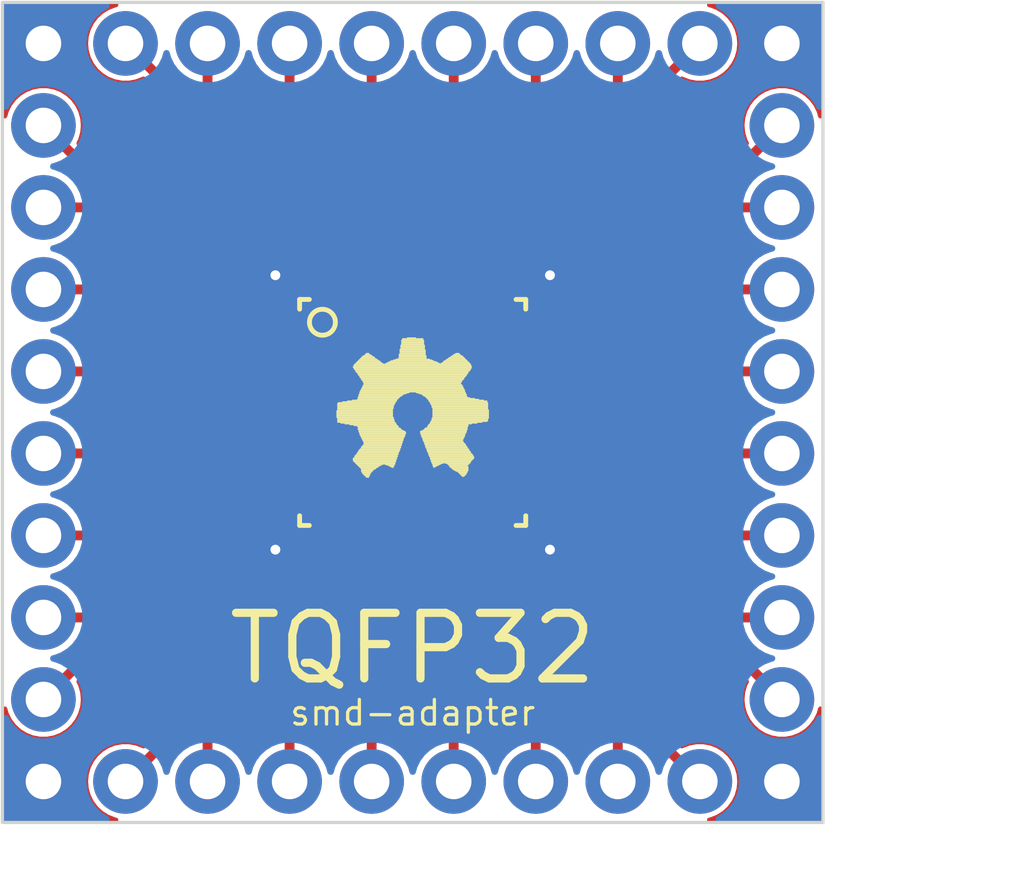
<source format=kicad_pcb>
(kicad_pcb (version 20221018) (generator pcbnew)
  (title_block (title "SMD adapter for TQFP32") (date "2024-10-05") (rev "1") (company "Agilack") (comment 1 "License: CERN-OHL-S v 2"))
  (layers (0 "F.Cu" signal) (31 "B.Cu" signal) (34 "B.Paste" user) (35 "F.Paste" user) (36 "B.SilkS" user "B.Silkscreen") (37 "F.SilkS" user "F.Silkscreen") (38 "B.Mask" user) (39 "F.Mask" user) (44 "Edge.Cuts" user))
  (net 0 "")
  (net 1 "Net-(TP1-Pad1)")
  (net 2 "Net-(TP2-Pad1)")
  (net 3 "Net-(TP3-Pad1)")
  (net 4 "Net-(TP4-Pad1)")
  (net 5 "Net-(TP5-Pad1)")
  (net 6 "Net-(TP6-Pad1)")
  (net 7 "Net-(TP7-Pad1)")
  (net 8 "Net-(TP8-Pad1)")
  (net 9 "Net-(TP9-Pad1)")
  (net 10 "Net-(TP10-Pad1)")
  (net 11 "Net-(TP11-Pad1)")
  (net 12 "Net-(TP12-Pad1)")
  (net 13 "Net-(TP13-Pad1)")
  (net 14 "Net-(TP14-Pad1)")
  (net 15 "Net-(TP15-Pad1)")
  (net 16 "Net-(TP16-Pad1)")
  (net 17 "Net-(TP17-Pad1)")
  (net 18 "Net-(TP18-Pad1)")
  (net 19 "Net-(TP19-Pad1)")
  (net 20 "Net-(TP20-Pad1)")
  (net 21 "Net-(TP21-Pad1)")
  (net 22 "Net-(TP22-Pad1)")
  (net 23 "Net-(TP23-Pad1)")
  (net 24 "Net-(TP24-Pad1)")
  (net 25 "Net-(TP25-Pad1)")
  (net 26 "Net-(TP26-Pad1)")
  (net 27 "Net-(TP27-Pad1)")
  (net 28 "Net-(TP28-Pad1)")
  (net 29 "Net-(TP30-Pad1)")
  (net 30 "Net-(TP31-Pad1)")
  (net 31 "Net-(TP32-Pad1)")
  (net 32 "Net-(TP29-Pad1)")
  (net 33 "GND")
  (footprint "smd-adapter-tqfp32:TP" (layer "F.Cu") (at 147.23 116.43)
    (fp_text reference "TP12" hide)
    (fp_text value "CONN_1")
    (pad "1" thru_hole circle locked (at 0 0) (size 2 2) (drill 1.1) (layers "*.Cu" "*.Mask") (net 12 "Net-(TP12-Pad1)"))
  )
  (footprint "smd-adapter-tqfp32:TP" (layer "F.Cu") (at 159.93 98.65)
    (fp_text reference "TP23" hide)
    (fp_text value "CONN_1")
    (pad "1" thru_hole circle locked (at 0 0) (size 2 2) (drill 1.1) (layers "*.Cu" "*.Mask") (net 23 "Net-(TP23-Pad1)"))
  )
  (footprint "smd-adapter-tqfp32:TP" (layer "F.Cu") (at 159.93 113.89)
    (fp_text reference "TP17" hide)
    (fp_text value "CONN_1")
    (pad "1" thru_hole circle locked (at 0 0) (size 2 2) (drill 1.1) (layers "*.Cu" "*.Mask") (net 17 "Net-(TP17-Pad1)"))
  )
  (footprint "smd-adapter-tqfp32:TP" (layer "F.Cu") (at 144.69 116.43)
    (fp_text reference "TP11" hide)
    (fp_text value "CONN_1")
    (pad "1" thru_hole circle locked (at 0 0) (size 2 2) (drill 1.1) (layers "*.Cu" "*.Mask") (net 11 "Net-(TP11-Pad1)"))
  )
  (footprint "smd-adapter-tqfp32:TP" (layer "F.Cu") (at 147.23 93.57)
    (fp_text reference "TP29" hide)
    (fp_text value "CONN_1")
    (pad "1" thru_hole circle locked (at 0 0) (size 2 2) (drill 1.1) (layers "*.Cu" "*.Mask") (net 32 "Net-(TP29-Pad1)"))
  )
  (footprint "smd-adapter-tqfp32:TP" (layer "F.Cu") (at 157.39 116.43)
    (fp_text reference "TP16" hide)
    (fp_text value "CONN_1")
    (pad "1" thru_hole circle locked (at 0 0) (size 2 2) (drill 1.1) (layers "*.Cu" "*.Mask") (net 16 "Net-(TP16-Pad1)"))
  )
  (footprint "smd-adapter-tqfp32:TP" (layer "F.Cu") (at 149.77 93.57)
    (fp_text reference "TP28" hide)
    (fp_text value "CONN_1")
    (pad "1" thru_hole circle locked (at 0 0) (size 2 2) (drill 1.1) (layers "*.Cu" "*.Mask") (net 28 "Net-(TP28-Pad1)"))
  )
  (footprint "smd-adapter-tqfp32:TP" (layer "F.Cu") (at 152.31 93.57)
    (fp_text reference "TP27" hide)
    (fp_text value "CONN_1")
    (pad "1" thru_hole circle locked (at 0 0) (size 2 2) (drill 1.1) (layers "*.Cu" "*.Mask") (net 27 "Net-(TP27-Pad1)"))
  )
  (footprint "smd-adapter-tqfp32:TP" (layer "F.Cu") (at 159.93 103.73)
    (fp_text reference "TP21" hide)
    (fp_text value "CONN_1")
    (pad "1" thru_hole circle locked (at 0 0) (size 2 2) (drill 1.1) (layers "*.Cu" "*.Mask") (net 21 "Net-(TP21-Pad1)"))
  )
  (footprint "smd-adapter-tqfp32:TP_SQ" (layer "F.Cu") (at 159.93 93.57)
    (fp_text reference "GND4" hide)
    (fp_text value "CONN_1")
    (pad "1" thru_hole rect locked (at 0 0) (size 2 2) (drill 1.1) (layers "*.Cu" "*.Mask") (net 33 "GND"))
  )
  (footprint "smd-adapter-tqfp32:TP_SQ" (layer "F.Cu") (at 159.93 116.43)
    (fp_text reference "GND3" hide)
    (fp_text value "CONN_1")
    (pad "1" thru_hole rect locked (at 0 0) (size 2 2) (drill 1.1) (layers "*.Cu" "*.Mask") (net 33 "GND"))
  )
  (footprint "smd-adapter-tqfp32:TP" (layer "F.Cu") (at 137.07 101.19)
    (fp_text reference "TP3" hide)
    (fp_text value "CONN_1")
    (pad "1" thru_hole circle locked (at 0 0) (size 2 2) (drill 1.1) (layers "*.Cu" "*.Mask") (net 3 "Net-(TP3-Pad1)"))
  )
  (footprint "smd-adapter-tqfp32:TP" (layer "F.Cu") (at 137.07 111.35)
    (fp_text reference "TP7" hide)
    (fp_text value "CONN_1")
    (pad "1" thru_hole circle locked (at 0 0) (size 2 2) (drill 1.1) (layers "*.Cu" "*.Mask") (net 7 "Net-(TP7-Pad1)"))
  )
  (footprint "smd-adapter-tqfp32:TP" (layer "F.Cu") (at 157.35 93.57)
    (fp_text reference "TP25" hide)
    (fp_text value "CONN_1")
    (pad "1" thru_hole circle locked (at 0.04 0) (size 2 2) (drill 1.1) (layers "*.Cu" "*.Mask") (net 25 "Net-(TP25-Pad1)"))
  )
  (footprint "smd-adapter-tqfp32:TP" (layer "F.Cu") (at 154.85 116.43)
    (fp_text reference "TP15" hide)
    (fp_text value "CONN_1")
    (pad "1" thru_hole circle locked (at 0 0) (size 2 2) (drill 1.1) (layers "*.Cu" "*.Mask") (net 15 "Net-(TP15-Pad1)"))
  )
  (footprint "smd-adapter-tqfp32:TP" (layer "F.Cu") (at 139.61 93.57)
    (fp_text reference "TP32" hide)
    (fp_text value "CONN_1")
    (pad "1" thru_hole circle locked (at 0 0) (size 2 2) (drill 1.1) (layers "*.Cu" "*.Mask") (net 31 "Net-(TP32-Pad1)"))
  )
  (footprint "smd-adapter-tqfp32:TP" (layer "F.Cu") (at 149.77 116.43)
    (fp_text reference "TP13" hide)
    (fp_text value "CONN_1")
    (pad "1" thru_hole circle locked (at 0 0) (size 2 2) (drill 1.1) (layers "*.Cu" "*.Mask") (net 13 "Net-(TP13-Pad1)"))
  )
  (footprint "smd-adapter-tqfp32:TP" (layer "F.Cu") (at 159.93 106.27)
    (fp_text reference "TP20" hide)
    (fp_text value "CONN_1")
    (pad "1" thru_hole circle locked (at 0 0) (size 2 2) (drill 1.1) (layers "*.Cu" "*.Mask") (net 20 "Net-(TP20-Pad1)"))
  )
  (footprint "smd-adapter-tqfp32:TP" (layer "F.Cu") (at 139.61 116.43)
    (fp_text reference "TP9" hide)
    (fp_text value "CONN_1")
    (pad "1" thru_hole circle locked (at 0 0) (size 2 2) (drill 1.1) (layers "*.Cu" "*.Mask") (net 9 "Net-(TP9-Pad1)"))
  )
  (footprint "smd-adapter-tqfp32:TP" (layer "F.Cu") (at 137.07 106.27)
    (fp_text reference "TP5" hide)
    (fp_text value "CONN_1")
    (pad "1" thru_hole circle locked (at 0 0) (size 2 2) (drill 1.1) (layers "*.Cu" "*.Mask") (net 5 "Net-(TP5-Pad1)"))
  )
  (footprint "smd-adapter-tqfp32:TP" (layer "F.Cu") (at 137.07 108.81)
    (fp_text reference "TP6" hide)
    (fp_text value "CONN_1")
    (pad "1" thru_hole circle locked (at 0 0) (size 2 2) (drill 1.1) (layers "*.Cu" "*.Mask") (net 6 "Net-(TP6-Pad1)"))
  )
  (footprint "smd-adapter-tqfp32:TP" (layer "F.Cu") (at 159.93 108.81)
    (fp_text reference "TP19" hide)
    (fp_text value "CONN_1")
    (pad "1" thru_hole circle locked (at 0 0) (size 2 2) (drill 1.1) (layers "*.Cu" "*.Mask") (net 19 "Net-(TP19-Pad1)"))
  )
  (footprint "smd-adapter-tqfp32:logo-ohw" (layer "F.Cu") (at 148.5 105)
    (fp_text reference "ohw_logo" hide)
    (fp_text value "VAL**" hide)
  )
  (footprint "smd-adapter-tqfp32:TP" (layer "F.Cu") (at 142.15 116.43)
    (fp_text reference "TP10" hide)
    (fp_text value "CONN_1")
    (pad "1" thru_hole circle locked (at 0 0) (size 2 2) (drill 1.1) (layers "*.Cu" "*.Mask") (net 10 "Net-(TP10-Pad1)"))
  )
  (footprint "smd-adapter-tqfp32:TP" (layer "F.Cu") (at 137.07 113.89)
    (fp_text reference "TP8" hide)
    (fp_text value "CONN_1")
    (pad "1" thru_hole circle locked (at 0 0) (size 2 2) (drill 1.1) (layers "*.Cu" "*.Mask") (net 8 "Net-(TP8-Pad1)"))
  )
  (footprint "smd-adapter-tqfp32:TQFP32" (layer "F.Cu") (at 148.5 105)
    (fp_text reference "TQFP32" hide)
    (fp_text value "~" hide)
    (pad "1" smd rect locked (at -4.25 -2.8 90) (size 0.5 1) (layers "F.Cu" "F.Paste" "F.Mask") (net 1 "Net-(TP1-Pad1)"))
    (pad "2" smd rect locked (at -4.25 -2 90) (size 0.5 1) (layers "F.Cu" "F.Paste" "F.Mask") (net 2 "Net-(TP2-Pad1)"))
    (pad "3" smd rect locked (at -4.25 -1.2 90) (size 0.5 1) (layers "F.Cu" "F.Paste" "F.Mask") (net 3 "Net-(TP3-Pad1)"))
    (pad "4" smd rect locked (at -4.25 -0.4 90) (size 0.5 1) (layers "F.Cu" "F.Paste" "F.Mask") (net 4 "Net-(TP4-Pad1)"))
    (pad "5" smd rect locked (at -4.25 0.4 90) (size 0.5 1) (layers "F.Cu" "F.Paste" "F.Mask") (net 5 "Net-(TP5-Pad1)"))
    (pad "6" smd rect locked (at -4.25 1.2 90) (size 0.5 1) (layers "F.Cu" "F.Paste" "F.Mask") (net 6 "Net-(TP6-Pad1)"))
    (pad "7" smd rect locked (at -4.25 2 90) (size 0.5 1) (layers "F.Cu" "F.Paste" "F.Mask") (net 7 "Net-(TP7-Pad1)"))
    (pad "8" smd rect locked (at -4.25 2.8 90) (size 0.5 1) (layers "F.Cu" "F.Paste" "F.Mask") (net 8 "Net-(TP8-Pad1)"))
    (pad "9" smd rect locked (at -2.8 4.25) (size 0.5 1) (layers "F.Cu" "F.Paste" "F.Mask") (net 9 "Net-(TP9-Pad1)"))
    (pad "10" smd rect locked (at -2 4.25) (size 0.5 1) (layers "F.Cu" "F.Paste" "F.Mask") (net 10 "Net-(TP10-Pad1)"))
    (pad "11" smd rect locked (at -1.2 4.25) (size 0.5 1) (layers "F.Cu" "F.Paste" "F.Mask") (net 11 "Net-(TP11-Pad1)"))
    (pad "12" smd rect locked (at -0.4 4.25) (size 0.5 1) (layers "F.Cu" "F.Paste" "F.Mask") (net 12 "Net-(TP12-Pad1)"))
    (pad "13" smd rect locked (at 0.4 4.25) (size 0.5 1) (layers "F.Cu" "F.Paste" "F.Mask") (net 13 "Net-(TP13-Pad1)"))
    (pad "14" smd rect locked (at 1.2 4.25) (size 0.5 1) (layers "F.Cu" "F.Paste" "F.Mask") (net 14 "Net-(TP14-Pad1)"))
    (pad "15" smd rect locked (at 2 4.25) (size 0.5 1) (layers "F.Cu" "F.Paste" "F.Mask") (net 15 "Net-(TP15-Pad1)"))
    (pad "16" smd rect locked (at 2.8 4.25) (size 0.5 1) (layers "F.Cu" "F.Paste" "F.Mask") (net 16 "Net-(TP16-Pad1)"))
    (pad "17" smd rect locked (at 4.25 2.8 270) (size 0.5 1) (layers "F.Cu" "F.Paste" "F.Mask") (net 17 "Net-(TP17-Pad1)"))
    (pad "18" smd rect locked (at 4.25 2 270) (size 0.5 1) (layers "F.Cu" "F.Paste" "F.Mask") (net 18 "Net-(TP18-Pad1)"))
    (pad "19" smd rect locked (at 4.25 1.2 270) (size 0.5 1) (layers "F.Cu" "F.Paste" "F.Mask") (net 19 "Net-(TP19-Pad1)"))
    (pad "20" smd rect locked (at 4.25 0.4 270) (size 0.5 1) (layers "F.Cu" "F.Paste" "F.Mask") (net 20 "Net-(TP20-Pad1)"))
    (pad "21" smd rect locked (at 4.25 -0.4 270) (size 0.5 1) (layers "F.Cu" "F.Paste" "F.Mask") (net 21 "Net-(TP21-Pad1)"))
    (pad "22" smd rect locked (at 4.25 -1.2 270) (size 0.5 1) (layers "F.Cu" "F.Paste" "F.Mask") (net 22 "Net-(TP22-Pad1)"))
    (pad "23" smd rect locked (at 4.25 -2 270) (size 0.5 1) (layers "F.Cu" "F.Paste" "F.Mask") (net 23 "Net-(TP23-Pad1)"))
    (pad "24" smd rect locked (at 4.25 -2.8 270) (size 0.5 1) (layers "F.Cu" "F.Paste" "F.Mask") (net 24 "Net-(TP24-Pad1)"))
    (pad "25" smd rect locked (at 2.8 -4.25 180) (size 0.5 1) (layers "F.Cu" "F.Paste" "F.Mask") (net 25 "Net-(TP25-Pad1)"))
    (pad "26" smd rect locked (at 2 -4.25 180) (size 0.5 1) (layers "F.Cu" "F.Paste" "F.Mask") (net 26 "Net-(TP26-Pad1)"))
    (pad "27" smd rect locked (at 1.2 -4.25 180) (size 0.5 1) (layers "F.Cu" "F.Paste" "F.Mask") (net 27 "Net-(TP27-Pad1)"))
    (pad "28" smd rect locked (at 0.4 -4.25 180) (size 0.5 1) (layers "F.Cu" "F.Paste" "F.Mask") (net 28 "Net-(TP28-Pad1)"))
    (pad "29" smd rect locked (at -0.4 -4.25 180) (size 0.5 1) (layers "F.Cu" "F.Paste" "F.Mask") (net 32 "Net-(TP29-Pad1)"))
    (pad "30" smd rect locked (at -1.2 -4.25 180) (size 0.5 1) (layers "F.Cu" "F.Paste" "F.Mask") (net 29 "Net-(TP30-Pad1)"))
    (pad "31" smd rect locked (at -2 -4.25 180) (size 0.5 1) (layers "F.Cu" "F.Paste" "F.Mask") (net 30 "Net-(TP31-Pad1)"))
    (pad "32" smd rect locked (at -2.8 -4.25 180) (size 0.5 1) (layers "F.Cu" "F.Paste" "F.Mask") (net 31 "Net-(TP32-Pad1)"))
  )
  (footprint "smd-adapter-tqfp32:TP_SQ" (layer "F.Cu") (at 137.07 93.57)
    (fp_text reference "GND1" hide)
    (fp_text value "CONN_1")
    (pad "1" thru_hole rect locked (at 0 0) (size 2 2) (drill 1.1) (layers "*.Cu" "*.Mask") (net 33 "GND"))
  )
  (footprint "smd-adapter-tqfp32:TP" (layer "F.Cu") (at 137.07 96.11)
    (fp_text reference "TP1" hide)
    (fp_text value "CONN_1")
    (pad "1" thru_hole circle locked (at 0 0) (size 2 2) (drill 1.1) (layers "*.Cu" "*.Mask") (net 1 "Net-(TP1-Pad1)"))
  )
  (footprint "smd-adapter-tqfp32:TP" (layer "F.Cu") (at 137.07 98.65)
    (fp_text reference "TP2" hide)
    (fp_text value "CONN_1")
    (pad "1" thru_hole circle locked (at 0 0) (size 2 2) (drill 1.1) (layers "*.Cu" "*.Mask") (net 2 "Net-(TP2-Pad1)"))
  )
  (footprint "smd-adapter-tqfp32:TP_SQ" (layer "F.Cu") (at 137.07 116.43)
    (fp_text reference "GND2" hide)
    (fp_text value "CONN_1")
    (pad "1" thru_hole rect locked (at 0 0) (size 2 2) (drill 1.1) (layers "*.Cu" "*.Mask") (net 33 "GND"))
  )
  (footprint "smd-adapter-tqfp32:TP" (layer "F.Cu") (at 159.93 101.19)
    (fp_text reference "TP22" hide)
    (fp_text value "CONN_1")
    (pad "1" thru_hole circle locked (at 0 0) (size 2 2) (drill 1.1) (layers "*.Cu" "*.Mask") (net 22 "Net-(TP22-Pad1)"))
  )
  (footprint "smd-adapter-tqfp32:TP" (layer "F.Cu") (at 152.31 116.43)
    (fp_text reference "TP14" hide)
    (fp_text value "CONN_1")
    (pad "1" thru_hole circle locked (at 0 0) (size 2 2) (drill 1.1) (layers "*.Cu" "*.Mask") (net 14 "Net-(TP14-Pad1)"))
  )
  (footprint "smd-adapter-tqfp32:TP" (layer "F.Cu") (at 154.85 93.57)
    (fp_text reference "TP26" hide)
    (fp_text value "CONN_1")
    (pad "1" thru_hole circle locked (at 0 0) (size 2 2) (drill 1.1) (layers "*.Cu" "*.Mask") (net 26 "Net-(TP26-Pad1)"))
  )
  (footprint "smd-adapter-tqfp32:TP" (layer "F.Cu") (at 159.93 96.11)
    (fp_text reference "TP24" hide)
    (fp_text value "CONN_1")
    (pad "1" thru_hole circle locked (at 0 0) (size 2 2) (drill 1.1) (layers "*.Cu" "*.Mask") (net 24 "Net-(TP24-Pad1)"))
  )
  (footprint "smd-adapter-tqfp32:TP" (layer "F.Cu") (at 144.69 93.57)
    (fp_text reference "TP30" hide)
    (fp_text value "CONN_1")
    (pad "1" thru_hole circle locked (at 0 0) (size 2 2) (drill 1.1) (layers "*.Cu" "*.Mask") (net 29 "Net-(TP30-Pad1)"))
  )
  (footprint "smd-adapter-tqfp32:TP" (layer "F.Cu") (at 142.15 93.57)
    (fp_text reference "TP31" hide)
    (fp_text value "CONN_1")
    (pad "1" thru_hole circle locked (at 0 0) (size 2 2) (drill 1.1) (layers "*.Cu" "*.Mask") (net 30 "Net-(TP31-Pad1)"))
  )
  (footprint "smd-adapter-tqfp32:TP" (layer "F.Cu") (at 137.07 103.73)
    (fp_text reference "TP4" hide)
    (fp_text value "CONN_1")
    (pad "1" thru_hole circle locked (at 0 0) (size 2 2) (drill 1.1) (layers "*.Cu" "*.Mask") (net 4 "Net-(TP4-Pad1)"))
  )
  (footprint "smd-adapter-tqfp32:TP" (layer "F.Cu") (at 159.93 111.35)
    (fp_text reference "TP18" hide)
    (fp_text value "CONN_1")
    (pad "1" thru_hole circle locked (at 0 0) (size 2 2) (drill 1.1) (layers "*.Cu" "*.Mask") (net 18 "Net-(TP18-Pad1)"))
  )
  (gr_line (start 161.2 92.3) (end 161.2 117.7) (stroke (width 0.1)) (layer "Edge.Cuts"))
  (gr_line (start 161.2 117.7) (end 135.8 117.7) (stroke (width 0.1)) (layer "Edge.Cuts"))
  (gr_line (start 135.8 92.3) (end 161.2 92.3) (stroke (width 0.1)) (layer "Edge.Cuts"))
  (gr_line (start 135.8 117.7) (end 135.8 92.3) (stroke (width 0.1)) (layer "Edge.Cuts"))
  (gr_text "smd-adapter" (at 148.5 114.75) (layer "F.SilkS") (effects (font (size 0.762 0.762) (thickness 0.1016)) (justify bottom)))
  (gr_text "TQFP32" (at 148.5 113.5) (layer "F.SilkS") (effects (font (size 2.032 2.032) (thickness 0.254)) (justify bottom)))
  (segment (start 143.16 102.2) (end 137.07 96.11) (width 0.3048) (layer "F.Cu") (net 1))
  (segment (start 144.25 102.2) (end 143.16 102.2) (width 0.3048) (layer "F.Cu") (net 1))
  (segment (start 142.675 103) (end 138.325 98.65) (width 0.3048) (layer "F.Cu") (net 2))
  (segment (start 138.325 98.65) (end 137.07 98.65) (width 0.3048) (layer "F.Cu") (net 2))
  (segment (start 144.25 103) (end 142.675 103) (width 0.3048) (layer "F.Cu") (net 2))
  (segment (start 137.07 101.19) (end 139.54 101.19) (width 0.3048) (layer "F.Cu") (net 3))
  (segment (start 142.15 103.8) (end 144.25 103.8) (width 0.3048) (layer "F.Cu") (net 3))
  (segment (start 139.54 101.19) (end 142.15 103.8) (width 0.3048) (layer "F.Cu") (net 3))
  (segment (start 141.45 104.6) (end 144.25 104.6) (width 0.3048) (layer "F.Cu") (net 4))
  (segment (start 140.58 103.73) (end 141.45 104.6) (width 0.3048) (layer "F.Cu") (net 4))
  (segment (start 137.07 103.73) (end 140.58 103.73) (width 0.3048) (layer "F.Cu") (net 4))
  (segment (start 140.58 106.27) (end 141.45 105.4) (width 0.3048) (layer "F.Cu") (net 5))
  (segment (start 137.07 106.27) (end 140.58 106.27) (width 0.3048) (layer "F.Cu") (net 5))
  (segment (start 141.45 105.4) (end 144.25 105.4) (width 0.3048) (layer "F.Cu") (net 5))
  (segment (start 142.15 106.2) (end 144.25 106.2) (width 0.3048) (layer "F.Cu") (net 6))
  (segment (start 137.07 108.81) (end 139.54 108.81) (width 0.3048) (layer "F.Cu") (net 6))
  (segment (start 139.54 108.81) (end 142.15 106.2) (width 0.3048) (layer "F.Cu") (net 6))
  (segment (start 137.07 111.35) (end 138.325 111.35) (width 0.3048) (layer "F.Cu") (net 7))
  (segment (start 142.675 107) (end 144.25 107) (width 0.3048) (layer "F.Cu") (net 7))
  (segment (start 138.325 111.35) (end 142.675 107) (width 0.3048) (layer "F.Cu") (net 7))
  (segment (start 137.07 113.89) (end 143.16 107.8) (width 0.3048) (layer "F.Cu") (net 8))
  (segment (start 143.16 107.8) (end 144.25 107.8) (width 0.3048) (layer "F.Cu") (net 8))
  (segment (start 145.7 110.34) (end 145.7 109.25) (width 0.3048) (layer "F.Cu") (net 9))
  (segment (start 139.61 116.43) (end 145.7 110.34) (width 0.3048) (layer "F.Cu") (net 9))
  (segment (start 142.15 115.175) (end 146.5 110.825) (width 0.3048) (layer "F.Cu") (net 10))
  (segment (start 146.5 110.825) (end 146.5 109.25) (width 0.3048) (layer "F.Cu") (net 10))
  (segment (start 142.15 116.43) (end 142.15 115.175) (width 0.3048) (layer "F.Cu") (net 10))
  (segment (start 144.69 116.43) (end 144.69 113.96) (width 0.3048) (layer "F.Cu") (net 11))
  (segment (start 147.3 111.35) (end 147.3 109.25) (width 0.3048) (layer "F.Cu") (net 11))
  (segment (start 144.69 113.96) (end 147.3 111.35) (width 0.3048) (layer "F.Cu") (net 11))
  (segment (start 147.23 116.43) (end 147.23 112.92) (width 0.3048) (layer "F.Cu") (net 12))
  (segment (start 148.1 112.05) (end 148.1 109.25) (width 0.3048) (layer "F.Cu") (net 12))
  (segment (start 147.23 112.92) (end 148.1 112.05) (width 0.3048) (layer "F.Cu") (net 12))
  (segment (start 148.9 112.05) (end 148.9 109.25) (width 0.3048) (layer "F.Cu") (net 13))
  (segment (start 149.77 116.43) (end 149.77 112.92) (width 0.3048) (layer "F.Cu") (net 13))
  (segment (start 149.77 112.92) (end 148.9 112.05) (width 0.3048) (layer "F.Cu") (net 13))
  (segment (start 152.31 113.96) (end 149.7 111.35) (width 0.3048) (layer "F.Cu") (net 14))
  (segment (start 149.7 111.35) (end 149.7 109.25) (width 0.3048) (layer "F.Cu") (net 14))
  (segment (start 152.31 116.43) (end 152.31 113.96) (width 0.3048) (layer "F.Cu") (net 14))
  (segment (start 154.85 115.175) (end 150.5 110.825) (width 0.3048) (layer "F.Cu") (net 15))
  (segment (start 150.5 110.825) (end 150.5 109.25) (width 0.3048) (layer "F.Cu") (net 15))
  (segment (start 154.85 116.43) (end 154.85 115.175) (width 0.3048) (layer "F.Cu") (net 15))
  (segment (start 157.39 116.43) (end 151.3 110.34) (width 0.3048) (layer "F.Cu") (net 16))
  (segment (start 151.3 110.34) (end 151.3 109.25) (width 0.3048) (layer "F.Cu") (net 16))
  (segment (start 153.84 107.8) (end 152.75 107.8) (width 0.3048) (layer "F.Cu") (net 17))
  (segment (start 159.93 113.89) (end 153.84 107.8) (width 0.3048) (layer "F.Cu") (net 17))
  (segment (start 154.325 107) (end 152.75 107) (width 0.3048) (layer "F.Cu") (net 18))
  (segment (start 158.675 111.35) (end 154.325 107) (width 0.3048) (layer "F.Cu") (net 18))
  (segment (start 159.93 111.35) (end 158.675 111.35) (width 0.3048) (layer "F.Cu") (net 18))
  (segment (start 152.75 106.2) (end 154.85 106.2) (width 0.3048) (layer "F.Cu") (net 19))
  (segment (start 159.93 108.81) (end 157.46 108.81) (width 0.3048) (layer "F.Cu") (net 19))
  (segment (start 157.46 108.81) (end 154.85 106.2) (width 0.3048) (layer "F.Cu") (net 19))
  (segment (start 156.42 106.27) (end 155.55 105.4) (width 0.3048) (layer "F.Cu") (net 20))
  (segment (start 159.93 106.27) (end 156.42 106.27) (width 0.3048) (layer "F.Cu") (net 20))
  (segment (start 152.75 105.4) (end 155.55 105.4) (width 0.3048) (layer "F.Cu") (net 20))
  (segment (start 152.75 104.6) (end 155.55 104.6) (width 0.3048) (layer "F.Cu") (net 21))
  (segment (start 159.93 103.73) (end 156.42 103.73) (width 0.3048) (layer "F.Cu") (net 21))
  (segment (start 156.42 103.73) (end 155.55 104.6) (width 0.3048) (layer "F.Cu") (net 21))
  (segment (start 157.46 101.19) (end 154.85 103.8) (width 0.3048) (layer "F.Cu") (net 22))
  (segment (start 152.75 103.8) (end 154.85 103.8) (width 0.3048) (layer "F.Cu") (net 22))
  (segment (start 159.93 101.19) (end 157.46 101.19) (width 0.3048) (layer "F.Cu") (net 22))
  (segment (start 158.6625 98.65) (end 154.3125 103) (width 0.3048) (layer "F.Cu") (net 23))
  (segment (start 159.93 98.65) (end 158.6625 98.65) (width 0.3048) (layer "F.Cu") (net 23))
  (segment (start 154.3125 103) (end 152.75 103) (width 0.3048) (layer "F.Cu") (net 23))
  (segment (start 159.93 96.11) (end 153.84 102.2) (width 0.3048) (layer "F.Cu") (net 24))
  (segment (start 153.84 102.2) (end 152.75 102.2) (width 0.3048) (layer "F.Cu") (net 24))
  (segment (start 151.3 99.66) (end 151.3 100.75) (width 0.3048) (layer "F.Cu") (net 25))
  (segment (start 157.39 93.57) (end 151.3 99.66) (width 0.3048) (layer "F.Cu") (net 25))
  (segment (start 154.85 94.825) (end 150.5 99.175) (width 0.3048) (layer "F.Cu") (net 26))
  (segment (start 154.85 93.57) (end 154.85 94.825) (width 0.3048) (layer "F.Cu") (net 26))
  (segment (start 150.5 99.175) (end 150.5 100.75) (width 0.3048) (layer "F.Cu") (net 26))
  (segment (start 149.7 100.75) (end 149.7 98.65) (width 0.3048) (layer "F.Cu") (net 27))
  (segment (start 152.31 96.04) (end 149.7 98.65) (width 0.3048) (layer "F.Cu") (net 27))
  (segment (start 152.31 93.57) (end 152.31 96.04) (width 0.3048) (layer "F.Cu") (net 27))
  (segment (start 149.77 93.57) (end 149.77 97.08) (width 0.3048) (layer "F.Cu") (net 28))
  (segment (start 148.9 100.75) (end 148.9 97.95) (width 0.3048) (layer "F.Cu") (net 28))
  (segment (start 149.77 97.08) (end 148.9 97.95) (width 0.3048) (layer "F.Cu") (net 28))
  (segment (start 144.69 93.57) (end 144.69 96.04) (width 0.3048) (layer "F.Cu") (net 29))
  (segment (start 144.69 96.04) (end 147.3 98.65) (width 0.3048) (layer "F.Cu") (net 29))
  (segment (start 147.3 100.75) (end 147.3 98.65) (width 0.3048) (layer "F.Cu") (net 29))
  (segment (start 142.15 93.57) (end 142.15 94.825) (width 0.3048) (layer "F.Cu") (net 30))
  (segment (start 146.5 99.175) (end 146.5 100.75) (width 0.3048) (layer "F.Cu") (net 30))
  (segment (start 142.15 94.825) (end 146.5 99.175) (width 0.3048) (layer "F.Cu") (net 30))
  (segment (start 145.7 99.66) (end 145.7 100.75) (width 0.3048) (layer "F.Cu") (net 31))
  (segment (start 139.61 93.57) (end 145.7 99.66) (width 0.3048) (layer "F.Cu") (net 31))
  (segment (start 147.23 97.08) (end 148.1 97.95) (width 0.3048) (layer "F.Cu") (net 32))
  (segment (start 147.23 93.57) (end 147.23 97.08) (width 0.3048) (layer "F.Cu") (net 32))
  (segment (start 148.1 100.75) (end 148.1 97.95) (width 0.3048) (layer "F.Cu") (net 32))
  (segment (start 159.93 93.57) (end 152.75 100.75) (width 0.3048) (layer "F.Cu") (net 33))
  (segment (start 159.93 116.43) (end 152.75 109.25) (width 0.3048) (layer "F.Cu") (net 33))
  (segment (start 137.07 116.43) (end 144.25 109.25) (width 0.3048) (layer "F.Cu") (net 33))
  (segment (start 137.07 93.57) (end 144.25 100.75) (width 0.3048) (layer "F.Cu") (net 33))
  (via (at 144.25 100.75) (size 0.7112) (drill 0.3048) (layers "F.Cu" "B.Cu") (net 33))
  (via (at 144.25 109.25) (size 0.7112) (drill 0.3048) (layers "F.Cu" "B.Cu") (net 33))
  (via (at 152.75 109.25) (size 0.7112) (drill 0.3048) (layers "F.Cu" "B.Cu") (net 33))
  (via (at 152.75 100.75) (size 0.7112) (drill 0.3048) (layers "F.Cu" "B.Cu") (net 33))
  (segment (start 152.75 109.25) (end 152.75 100.75) (width 0.3048) (layer "B.Cu") (net 33))
  (segment (start 144.25 100.75) (end 144.25 109.25) (width 0.3048) (layer "B.Cu") (net 33))
  (segment (start 152.75 100.75) (end 144.25 100.75) (width 0.3048) (layer "B.Cu") (net 33))
  (segment (start 144.25 109.25) (end 152.75 109.25) (width 0.3048) (layer "B.Cu") (net 33))
  (zone (net 33) (net_name "GND") (layer "F.Cu") (priority 1) (connect_pads (clearance 0.1524)) (min_thickness 0.1524) (fill yes (thermal_gap 0.2032) (thermal_bridge_width 0.2032))
    (polygon (pts (xy 135.8 92.3) (xy 161.2 92.3) (xy 161.2 117.7) (xy 135.8 117.7)))
  )
  (zone (net 33) (net_name "GND") (layer "B.Cu") (connect_pads (clearance 0.2032)) (min_thickness 0.2032) (fill yes (thermal_gap 0.2032) (thermal_bridge_width 0.254))
    (polygon (pts (xy 135.8 92.3) (xy 161.2 92.3) (xy 161.2 117.7) (xy 135.8 117.7)))
  )
)
</source>
